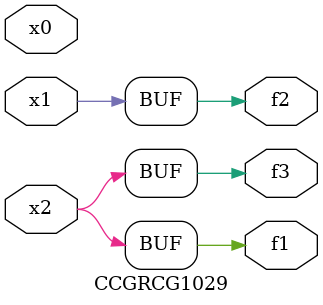
<source format=v>
module CCGRCG1029(
	input x0, x1, x2,
	output f1, f2, f3
);
	assign f1 = x2;
	assign f2 = x1;
	assign f3 = x2;
endmodule

</source>
